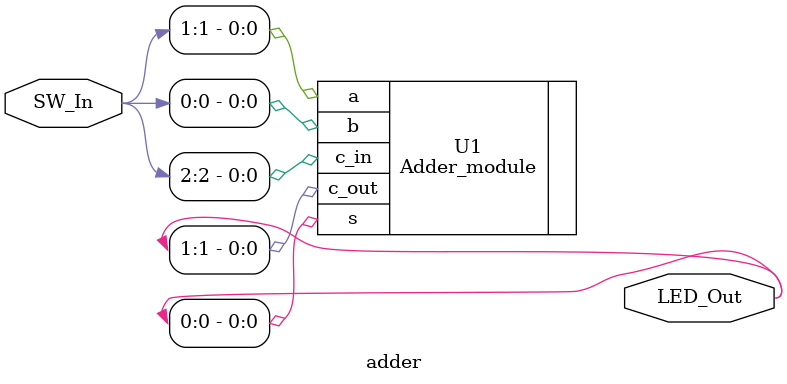
<source format=v>
module adder
(
	SW_In, LED_Out
);

	 input [2:0]SW_In;
	 output [1:0]LED_Out;
	 
	Adder_module U1
	(
		.a( SW_In[1] ) ,	// input - from top
		.b( SW_In[0] ) ,	// input - from top
		.c_in( SW_In[2] ) ,	// input - from top
		.s( LED_Out[0] ) ,	// output - to top
		.c_out( LED_Out[1] ) 	// output - to top
	);

endmodule 
</source>
